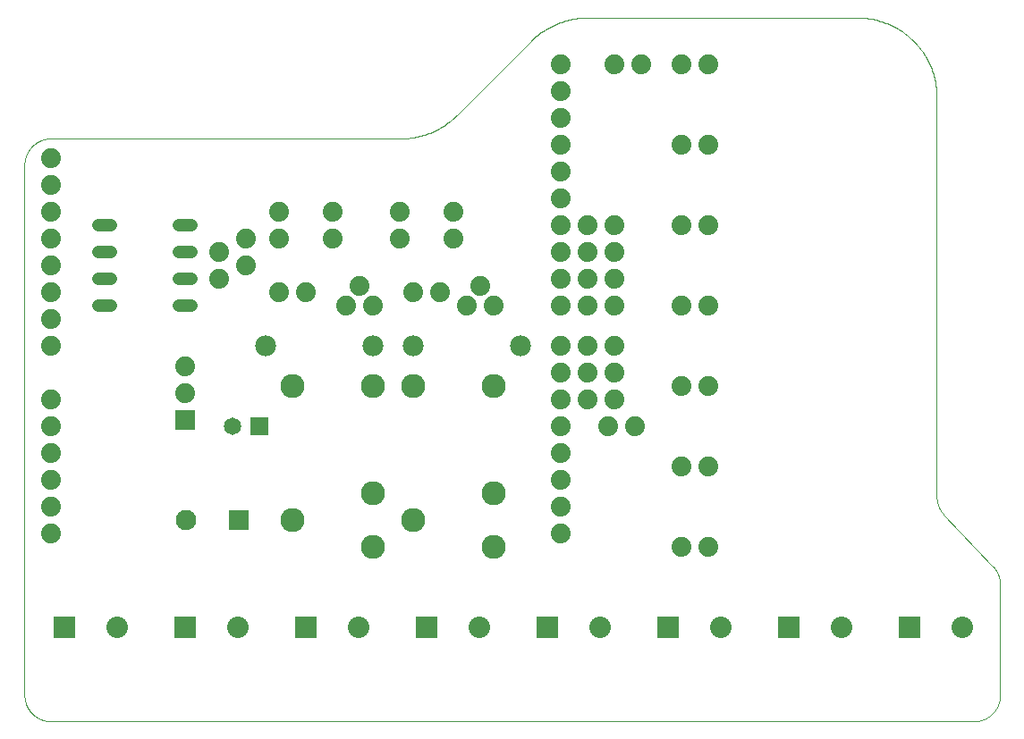
<source format=gbs>
G75*
%MOIN*%
%OFA0B0*%
%FSLAX25Y25*%
%IPPOS*%
%LPD*%
%AMOC8*
5,1,8,0,0,1.08239X$1,22.5*
%
%ADD10C,0.00000*%
%ADD11C,0.07400*%
%ADD12C,0.09000*%
%ADD13C,0.07800*%
%ADD14R,0.08000X0.08000*%
%ADD15C,0.08000*%
%ADD16R,0.07400X0.07400*%
%ADD17C,0.07600*%
%ADD18R,0.07600X0.07600*%
%ADD19R,0.06500X0.06500*%
%ADD20C,0.06500*%
%ADD21C,0.04800*%
D10*
X0001500Y0011000D02*
X0001500Y0208461D01*
X0001503Y0208703D01*
X0001512Y0208944D01*
X0001526Y0209185D01*
X0001547Y0209426D01*
X0001573Y0209666D01*
X0001605Y0209906D01*
X0001643Y0210145D01*
X0001686Y0210382D01*
X0001736Y0210619D01*
X0001791Y0210854D01*
X0001851Y0211088D01*
X0001918Y0211320D01*
X0001989Y0211551D01*
X0002067Y0211780D01*
X0002150Y0212007D01*
X0002238Y0212232D01*
X0002332Y0212455D01*
X0002431Y0212675D01*
X0002536Y0212893D01*
X0002645Y0213108D01*
X0002760Y0213321D01*
X0002880Y0213531D01*
X0003005Y0213737D01*
X0003135Y0213941D01*
X0003270Y0214142D01*
X0003410Y0214339D01*
X0003554Y0214533D01*
X0003703Y0214723D01*
X0003857Y0214909D01*
X0004015Y0215092D01*
X0004177Y0215271D01*
X0004344Y0215446D01*
X0004515Y0215617D01*
X0004690Y0215784D01*
X0004869Y0215946D01*
X0005052Y0216104D01*
X0005238Y0216258D01*
X0005428Y0216407D01*
X0005622Y0216551D01*
X0005819Y0216691D01*
X0006020Y0216826D01*
X0006224Y0216956D01*
X0006430Y0217081D01*
X0006640Y0217201D01*
X0006853Y0217316D01*
X0007068Y0217425D01*
X0007286Y0217530D01*
X0007506Y0217629D01*
X0007729Y0217723D01*
X0007954Y0217811D01*
X0008181Y0217894D01*
X0008410Y0217972D01*
X0008641Y0218043D01*
X0008873Y0218110D01*
X0009107Y0218170D01*
X0009342Y0218225D01*
X0009579Y0218275D01*
X0009816Y0218318D01*
X0010055Y0218356D01*
X0010295Y0218388D01*
X0010535Y0218414D01*
X0010776Y0218435D01*
X0011017Y0218449D01*
X0011258Y0218458D01*
X0011500Y0218461D01*
X0141762Y0218461D01*
X0162650Y0227118D02*
X0190350Y0254842D01*
X0211238Y0263500D02*
X0311972Y0263500D01*
X0312686Y0263491D01*
X0313399Y0263466D01*
X0314111Y0263422D01*
X0314822Y0263362D01*
X0315531Y0263285D01*
X0316238Y0263190D01*
X0316943Y0263079D01*
X0317645Y0262950D01*
X0318344Y0262804D01*
X0319039Y0262642D01*
X0319729Y0262463D01*
X0320415Y0262267D01*
X0321097Y0262055D01*
X0321773Y0261826D01*
X0322443Y0261581D01*
X0323107Y0261320D01*
X0323764Y0261043D01*
X0324415Y0260750D01*
X0325059Y0260442D01*
X0325694Y0260118D01*
X0326322Y0259779D01*
X0326942Y0259424D01*
X0327552Y0259055D01*
X0328154Y0258671D01*
X0328746Y0258273D01*
X0329328Y0257861D01*
X0329900Y0257434D01*
X0330462Y0256994D01*
X0331013Y0256541D01*
X0331553Y0256074D01*
X0332081Y0255594D01*
X0332598Y0255102D01*
X0333102Y0254598D01*
X0333594Y0254081D01*
X0334074Y0253553D01*
X0334541Y0253013D01*
X0334994Y0252462D01*
X0335434Y0251900D01*
X0335861Y0251328D01*
X0336273Y0250746D01*
X0336671Y0250154D01*
X0337055Y0249552D01*
X0337424Y0248942D01*
X0337779Y0248322D01*
X0338118Y0247694D01*
X0338442Y0247059D01*
X0338750Y0246415D01*
X0339043Y0245764D01*
X0339320Y0245107D01*
X0339581Y0244443D01*
X0339826Y0243773D01*
X0340055Y0243097D01*
X0340267Y0242415D01*
X0340463Y0241729D01*
X0340642Y0241039D01*
X0340804Y0240344D01*
X0340950Y0239645D01*
X0341079Y0238943D01*
X0341190Y0238238D01*
X0341285Y0237531D01*
X0341362Y0236822D01*
X0341422Y0236111D01*
X0341466Y0235399D01*
X0341491Y0234686D01*
X0341500Y0233972D01*
X0341500Y0084982D01*
X0344237Y0078108D02*
X0362463Y0058853D01*
X0365201Y0051978D02*
X0365201Y0011000D01*
X0365198Y0010758D01*
X0365189Y0010517D01*
X0365175Y0010276D01*
X0365154Y0010035D01*
X0365128Y0009795D01*
X0365096Y0009555D01*
X0365058Y0009316D01*
X0365015Y0009079D01*
X0364965Y0008842D01*
X0364910Y0008607D01*
X0364850Y0008373D01*
X0364783Y0008141D01*
X0364712Y0007910D01*
X0364634Y0007681D01*
X0364551Y0007454D01*
X0364463Y0007229D01*
X0364369Y0007006D01*
X0364270Y0006786D01*
X0364165Y0006568D01*
X0364056Y0006353D01*
X0363941Y0006140D01*
X0363821Y0005930D01*
X0363696Y0005724D01*
X0363566Y0005520D01*
X0363431Y0005319D01*
X0363291Y0005122D01*
X0363147Y0004928D01*
X0362998Y0004738D01*
X0362844Y0004552D01*
X0362686Y0004369D01*
X0362524Y0004190D01*
X0362357Y0004015D01*
X0362186Y0003844D01*
X0362011Y0003677D01*
X0361832Y0003515D01*
X0361649Y0003357D01*
X0361463Y0003203D01*
X0361273Y0003054D01*
X0361079Y0002910D01*
X0360882Y0002770D01*
X0360681Y0002635D01*
X0360477Y0002505D01*
X0360271Y0002380D01*
X0360061Y0002260D01*
X0359848Y0002145D01*
X0359633Y0002036D01*
X0359415Y0001931D01*
X0359195Y0001832D01*
X0358972Y0001738D01*
X0358747Y0001650D01*
X0358520Y0001567D01*
X0358291Y0001489D01*
X0358060Y0001418D01*
X0357828Y0001351D01*
X0357594Y0001291D01*
X0357359Y0001236D01*
X0357122Y0001186D01*
X0356885Y0001143D01*
X0356646Y0001105D01*
X0356406Y0001073D01*
X0356166Y0001047D01*
X0355925Y0001026D01*
X0355684Y0001012D01*
X0355443Y0001003D01*
X0355201Y0001000D01*
X0011500Y0001000D01*
X0011258Y0001003D01*
X0011017Y0001012D01*
X0010776Y0001026D01*
X0010535Y0001047D01*
X0010295Y0001073D01*
X0010055Y0001105D01*
X0009816Y0001143D01*
X0009579Y0001186D01*
X0009342Y0001236D01*
X0009107Y0001291D01*
X0008873Y0001351D01*
X0008641Y0001418D01*
X0008410Y0001489D01*
X0008181Y0001567D01*
X0007954Y0001650D01*
X0007729Y0001738D01*
X0007506Y0001832D01*
X0007286Y0001931D01*
X0007068Y0002036D01*
X0006853Y0002145D01*
X0006640Y0002260D01*
X0006430Y0002380D01*
X0006224Y0002505D01*
X0006020Y0002635D01*
X0005819Y0002770D01*
X0005622Y0002910D01*
X0005428Y0003054D01*
X0005238Y0003203D01*
X0005052Y0003357D01*
X0004869Y0003515D01*
X0004690Y0003677D01*
X0004515Y0003844D01*
X0004344Y0004015D01*
X0004177Y0004190D01*
X0004015Y0004369D01*
X0003857Y0004552D01*
X0003703Y0004738D01*
X0003554Y0004928D01*
X0003410Y0005122D01*
X0003270Y0005319D01*
X0003135Y0005520D01*
X0003005Y0005724D01*
X0002880Y0005930D01*
X0002760Y0006140D01*
X0002645Y0006353D01*
X0002536Y0006568D01*
X0002431Y0006786D01*
X0002332Y0007006D01*
X0002238Y0007229D01*
X0002150Y0007454D01*
X0002067Y0007681D01*
X0001989Y0007910D01*
X0001918Y0008141D01*
X0001851Y0008373D01*
X0001791Y0008607D01*
X0001736Y0008842D01*
X0001686Y0009079D01*
X0001643Y0009316D01*
X0001605Y0009555D01*
X0001573Y0009795D01*
X0001547Y0010035D01*
X0001526Y0010276D01*
X0001512Y0010517D01*
X0001503Y0010758D01*
X0001500Y0011000D01*
X0190349Y0254842D02*
X0190852Y0255334D01*
X0191367Y0255813D01*
X0191892Y0256280D01*
X0192429Y0256734D01*
X0192976Y0257176D01*
X0193534Y0257604D01*
X0194102Y0258019D01*
X0194679Y0258420D01*
X0195266Y0258807D01*
X0195862Y0259181D01*
X0196467Y0259540D01*
X0197080Y0259884D01*
X0197701Y0260214D01*
X0198329Y0260529D01*
X0198965Y0260829D01*
X0199608Y0261113D01*
X0200258Y0261383D01*
X0200914Y0261636D01*
X0201575Y0261874D01*
X0202242Y0262096D01*
X0202914Y0262303D01*
X0203591Y0262493D01*
X0204273Y0262667D01*
X0204958Y0262824D01*
X0205647Y0262966D01*
X0206339Y0263091D01*
X0207033Y0263199D01*
X0207731Y0263291D01*
X0208430Y0263366D01*
X0209130Y0263425D01*
X0209832Y0263467D01*
X0210535Y0263492D01*
X0211238Y0263500D01*
X0162651Y0227118D02*
X0162148Y0226626D01*
X0161633Y0226147D01*
X0161108Y0225680D01*
X0160571Y0225226D01*
X0160024Y0224784D01*
X0159466Y0224356D01*
X0158898Y0223941D01*
X0158321Y0223540D01*
X0157734Y0223153D01*
X0157138Y0222779D01*
X0156533Y0222420D01*
X0155920Y0222076D01*
X0155299Y0221746D01*
X0154671Y0221431D01*
X0154035Y0221131D01*
X0153392Y0220847D01*
X0152742Y0220577D01*
X0152086Y0220324D01*
X0151425Y0220086D01*
X0150758Y0219864D01*
X0150086Y0219657D01*
X0149409Y0219467D01*
X0148727Y0219293D01*
X0148042Y0219136D01*
X0147353Y0218994D01*
X0146661Y0218869D01*
X0145967Y0218761D01*
X0145269Y0218669D01*
X0144570Y0218594D01*
X0143870Y0218535D01*
X0143168Y0218493D01*
X0142465Y0218468D01*
X0141762Y0218460D01*
X0341500Y0084982D02*
X0341503Y0084738D01*
X0341512Y0084493D01*
X0341527Y0084249D01*
X0341548Y0084006D01*
X0341575Y0083763D01*
X0341607Y0083520D01*
X0341646Y0083279D01*
X0341691Y0083038D01*
X0341741Y0082799D01*
X0341797Y0082561D01*
X0341859Y0082325D01*
X0341927Y0082090D01*
X0342001Y0081857D01*
X0342080Y0081625D01*
X0342165Y0081396D01*
X0342255Y0081169D01*
X0342351Y0080944D01*
X0342453Y0080722D01*
X0342560Y0080502D01*
X0342672Y0080285D01*
X0342789Y0080070D01*
X0342912Y0079859D01*
X0343040Y0079650D01*
X0343173Y0079445D01*
X0343311Y0079243D01*
X0343453Y0079045D01*
X0343601Y0078850D01*
X0343753Y0078658D01*
X0343910Y0078471D01*
X0344072Y0078287D01*
X0344237Y0078108D01*
X0362464Y0058852D02*
X0362629Y0058673D01*
X0362791Y0058489D01*
X0362948Y0058302D01*
X0363100Y0058110D01*
X0363248Y0057915D01*
X0363390Y0057717D01*
X0363528Y0057515D01*
X0363661Y0057310D01*
X0363789Y0057101D01*
X0363912Y0056890D01*
X0364029Y0056675D01*
X0364141Y0056458D01*
X0364248Y0056238D01*
X0364350Y0056016D01*
X0364446Y0055791D01*
X0364536Y0055564D01*
X0364621Y0055335D01*
X0364700Y0055103D01*
X0364774Y0054870D01*
X0364842Y0054635D01*
X0364904Y0054399D01*
X0364960Y0054161D01*
X0365010Y0053922D01*
X0365055Y0053681D01*
X0365094Y0053440D01*
X0365126Y0053197D01*
X0365153Y0052954D01*
X0365174Y0052711D01*
X0365189Y0052467D01*
X0365198Y0052222D01*
X0365201Y0051978D01*
D11*
X0256500Y0066000D03*
X0246500Y0066000D03*
X0246500Y0096000D03*
X0256500Y0096000D03*
X0229000Y0111000D03*
X0219000Y0111000D03*
X0221500Y0121000D03*
X0221500Y0131000D03*
X0221500Y0141000D03*
X0211500Y0141000D03*
X0211500Y0131000D03*
X0211500Y0121000D03*
X0201500Y0121000D03*
X0201500Y0111000D03*
X0201500Y0101000D03*
X0201500Y0091000D03*
X0201500Y0081000D03*
X0201500Y0071000D03*
X0246500Y0126000D03*
X0256500Y0126000D03*
X0256500Y0156000D03*
X0246500Y0156000D03*
X0221500Y0156000D03*
X0221500Y0166000D03*
X0221500Y0176000D03*
X0221500Y0186000D03*
X0211500Y0186000D03*
X0211500Y0176000D03*
X0211500Y0166000D03*
X0211500Y0156000D03*
X0201500Y0156000D03*
X0201500Y0166000D03*
X0201500Y0176000D03*
X0201500Y0186000D03*
X0201500Y0196000D03*
X0201500Y0206000D03*
X0201500Y0216000D03*
X0201500Y0226000D03*
X0201500Y0236000D03*
X0201500Y0246000D03*
X0221500Y0246000D03*
X0231500Y0246000D03*
X0246500Y0246000D03*
X0256500Y0246000D03*
X0256500Y0216000D03*
X0246500Y0216000D03*
X0246500Y0186000D03*
X0256500Y0186000D03*
X0201500Y0141000D03*
X0201500Y0131000D03*
X0176500Y0156000D03*
X0171500Y0163500D03*
X0166500Y0156000D03*
X0156500Y0161000D03*
X0146500Y0161000D03*
X0131500Y0156000D03*
X0126500Y0163500D03*
X0121500Y0156000D03*
X0106500Y0161000D03*
X0096500Y0161000D03*
X0084000Y0171000D03*
X0084000Y0181000D03*
X0074000Y0176000D03*
X0074000Y0166000D03*
X0096500Y0181000D03*
X0096500Y0191000D03*
X0116500Y0191000D03*
X0116500Y0181000D03*
X0141500Y0181000D03*
X0141500Y0191000D03*
X0161500Y0191000D03*
X0161500Y0181000D03*
X0061500Y0133500D03*
X0061500Y0123500D03*
X0011500Y0121000D03*
X0011500Y0111000D03*
X0011500Y0101000D03*
X0011500Y0091000D03*
X0011500Y0081000D03*
X0011500Y0071000D03*
X0011500Y0141000D03*
X0011500Y0151000D03*
X0011500Y0161000D03*
X0011500Y0171000D03*
X0011500Y0181000D03*
X0011500Y0191000D03*
X0011500Y0201000D03*
X0011500Y0211000D03*
D12*
X0101500Y0126000D03*
X0131500Y0126000D03*
X0146500Y0126000D03*
X0176500Y0126000D03*
X0176500Y0086000D03*
X0176500Y0066000D03*
X0146500Y0076000D03*
X0131500Y0066000D03*
X0131500Y0086000D03*
X0101500Y0076000D03*
D13*
X0091500Y0141000D03*
X0131500Y0141000D03*
X0146500Y0141000D03*
X0186500Y0141000D03*
D14*
X0196500Y0036000D03*
X0151500Y0036000D03*
X0106500Y0036000D03*
X0061500Y0036000D03*
X0016500Y0036000D03*
X0241500Y0036000D03*
X0286500Y0036000D03*
X0331500Y0036000D03*
D15*
X0351185Y0036000D03*
X0306185Y0036000D03*
X0261185Y0036000D03*
X0216185Y0036000D03*
X0171185Y0036000D03*
X0126185Y0036000D03*
X0081185Y0036000D03*
X0036185Y0036000D03*
D16*
X0061500Y0113500D03*
D17*
X0061657Y0076000D03*
D18*
X0081343Y0076000D03*
D19*
X0088921Y0111000D03*
D20*
X0079079Y0111000D03*
D21*
X0063900Y0156000D02*
X0059100Y0156000D01*
X0059100Y0166000D02*
X0063900Y0166000D01*
X0063900Y0176000D02*
X0059100Y0176000D01*
X0059100Y0186000D02*
X0063900Y0186000D01*
X0033900Y0186000D02*
X0029100Y0186000D01*
X0029100Y0176000D02*
X0033900Y0176000D01*
X0033900Y0166000D02*
X0029100Y0166000D01*
X0029100Y0156000D02*
X0033900Y0156000D01*
M02*

</source>
